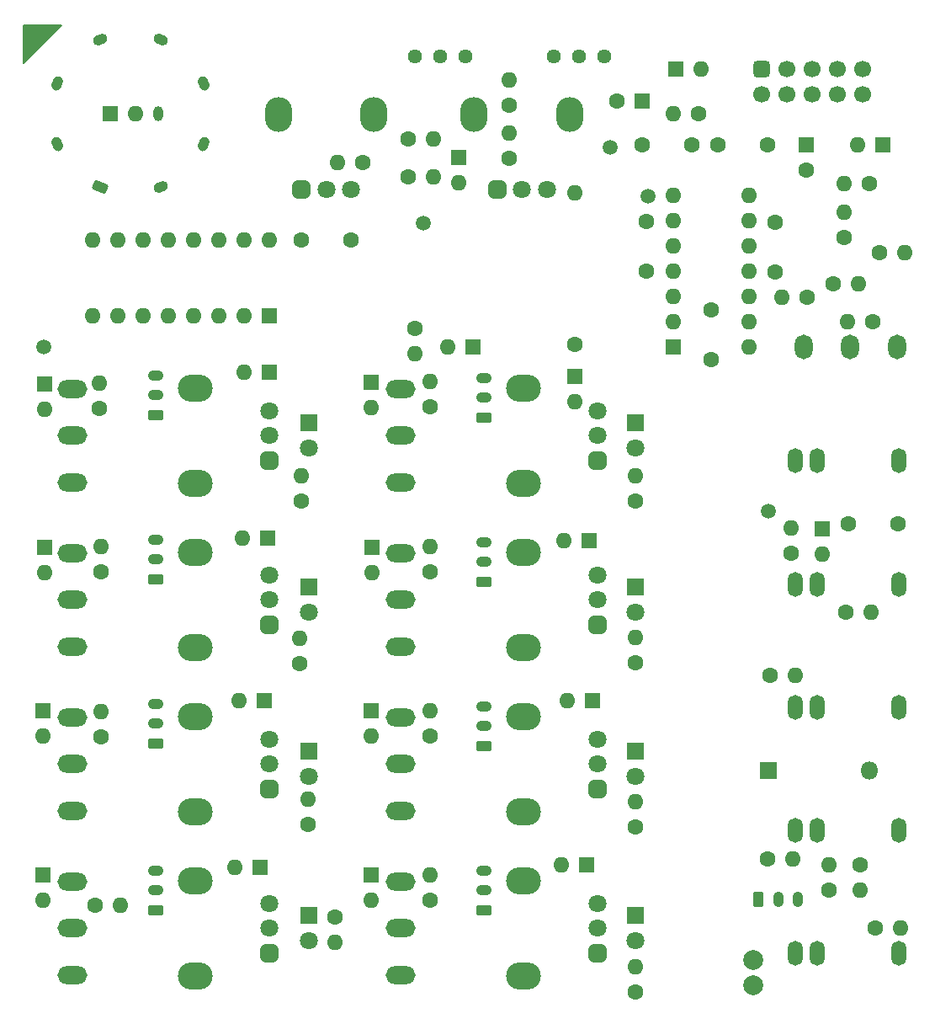
<source format=gbr>
G04 #@! TF.GenerationSoftware,KiCad,Pcbnew,7.0.10*
G04 #@! TF.CreationDate,2024-08-03T17:22:43+10:00*
G04 #@! TF.ProjectId,MK_Seq take 2,4d4b5f53-6571-4207-9461-6b6520322e6b,rev?*
G04 #@! TF.SameCoordinates,Original*
G04 #@! TF.FileFunction,Soldermask,Top*
G04 #@! TF.FilePolarity,Negative*
%FSLAX46Y46*%
G04 Gerber Fmt 4.6, Leading zero omitted, Abs format (unit mm)*
G04 Created by KiCad (PCBNEW 7.0.10) date 2024-08-03 17:22:43*
%MOMM*%
%LPD*%
G01*
G04 APERTURE LIST*
G04 Aperture macros list*
%AMRoundRect*
0 Rectangle with rounded corners*
0 $1 Rounding radius*
0 $2 $3 $4 $5 $6 $7 $8 $9 X,Y pos of 4 corners*
0 Add a 4 corners polygon primitive as box body*
4,1,4,$2,$3,$4,$5,$6,$7,$8,$9,$2,$3,0*
0 Add four circle primitives for the rounded corners*
1,1,$1+$1,$2,$3*
1,1,$1+$1,$4,$5*
1,1,$1+$1,$6,$7*
1,1,$1+$1,$8,$9*
0 Add four rect primitives between the rounded corners*
20,1,$1+$1,$2,$3,$4,$5,0*
20,1,$1+$1,$4,$5,$6,$7,0*
20,1,$1+$1,$6,$7,$8,$9,0*
20,1,$1+$1,$8,$9,$2,$3,0*%
%AMHorizOval*
0 Thick line with rounded ends*
0 $1 width*
0 $2 $3 position (X,Y) of the first rounded end (center of the circle)*
0 $4 $5 position (X,Y) of the second rounded end (center of the circle)*
0 Add line between two ends*
20,1,$1,$2,$3,$4,$5,0*
0 Add two circle primitives to create the rounded ends*
1,1,$1,$2,$3*
1,1,$1,$4,$5*%
G04 Aperture macros list end*
%ADD10C,0.200000*%
%ADD11O,3.000000X1.800000*%
%ADD12O,2.750000X3.500000*%
%ADD13RoundRect,0.450000X0.450000X0.450000X-0.450000X0.450000X-0.450000X-0.450000X0.450000X-0.450000X0*%
%ADD14C,1.800000*%
%ADD15O,3.500000X2.750000*%
%ADD16RoundRect,0.450000X-0.450000X0.450000X-0.450000X-0.450000X0.450000X-0.450000X0.450000X0.450000X0*%
%ADD17C,1.600000*%
%ADD18R,1.600000X1.600000*%
%ADD19O,1.600000X1.600000*%
%ADD20R,1.800000X1.800000*%
%ADD21C,1.500000*%
%ADD22O,1.800000X2.500000*%
%ADD23O,1.500000X2.500000*%
%ADD24RoundRect,0.250000X0.366269X-0.422312X0.557611X0.039628X-0.366269X0.422312X-0.557611X-0.039628X0*%
%ADD25HorizOval,1.000000X-0.095671X0.230970X0.095671X-0.230970X0*%
%ADD26HorizOval,1.000000X0.095671X0.230970X-0.095671X-0.230970X0*%
%ADD27HorizOval,1.000000X0.230970X0.095671X-0.230970X-0.095671X0*%
%ADD28HorizOval,1.000000X-0.230970X0.095671X0.230970X-0.095671X0*%
%ADD29HorizOval,1.000000X-0.095671X-0.230970X0.095671X0.230970X0*%
%ADD30HorizOval,1.000000X-0.230970X-0.095671X0.230970X0.095671X0*%
%ADD31O,1.000000X1.500000*%
%ADD32C,2.000000*%
%ADD33RoundRect,0.150000X0.600000X-0.400000X0.600000X0.400000X-0.600000X0.400000X-0.600000X-0.400000X0*%
%ADD34O,1.540000X1.100000*%
%ADD35C,1.440000*%
%ADD36RoundRect,0.150000X-0.400000X-0.600000X0.400000X-0.600000X0.400000X0.600000X-0.400000X0.600000X0*%
%ADD37O,1.100000X1.540000*%
%ADD38O,1.800000X1.800000*%
%ADD39RoundRect,0.425000X0.425000X-0.425000X0.425000X0.425000X-0.425000X0.425000X-0.425000X-0.425000X0*%
%ADD40C,1.700000*%
G04 APERTURE END LIST*
D10*
X19685000Y-23495000D02*
X19685000Y-19685000D01*
X23495000Y-19685000D01*
X19685000Y-23495000D01*
G36*
X19685000Y-23495000D02*
G01*
X19685000Y-19685000D01*
X23495000Y-19685000D01*
X19685000Y-23495000D01*
G37*
D11*
X57647609Y-115201275D03*
X57648334Y-110490000D03*
X57648394Y-105788334D03*
X57647609Y-82181275D03*
X57648334Y-77470000D03*
X57648394Y-72768334D03*
X24627609Y-115201275D03*
X24628334Y-110490000D03*
X24628394Y-105788334D03*
X57647609Y-65671275D03*
X57648334Y-60960000D03*
X57648394Y-56258334D03*
X24627609Y-98691275D03*
X24628334Y-93980000D03*
X24628394Y-89278334D03*
X24627609Y-65671275D03*
X24628334Y-60960000D03*
X24628394Y-56258334D03*
X24627609Y-82181275D03*
X24628334Y-77470000D03*
X24628394Y-72768334D03*
X57647609Y-98691275D03*
X57648334Y-93980000D03*
X57648394Y-89278334D03*
D12*
X45365000Y-28707500D03*
X54965000Y-28707500D03*
D13*
X47665000Y-36207500D03*
D14*
X50165000Y-36207500D03*
X52665000Y-36207500D03*
D15*
X36962500Y-65760000D03*
X36962500Y-56160000D03*
D16*
X44462500Y-63460000D03*
D14*
X44462500Y-60960000D03*
X44462500Y-58460000D03*
D15*
X69982500Y-82270000D03*
X69982500Y-72670000D03*
D16*
X77482500Y-79970000D03*
D14*
X77482500Y-77470000D03*
X77482500Y-74970000D03*
D15*
X36962500Y-98780000D03*
X36962500Y-89180000D03*
D16*
X44462500Y-96480000D03*
D14*
X44462500Y-93980000D03*
X44462500Y-91480000D03*
D15*
X69982500Y-115290000D03*
X69982500Y-105690000D03*
D16*
X77482500Y-112990000D03*
D14*
X77482500Y-110490000D03*
X77482500Y-107990000D03*
D15*
X36962500Y-115290000D03*
X36962500Y-105690000D03*
D16*
X44462500Y-112990000D03*
D14*
X44462500Y-110490000D03*
X44462500Y-107990000D03*
D15*
X69982500Y-98780000D03*
X69982500Y-89180000D03*
D16*
X77482500Y-96480000D03*
D14*
X77482500Y-93980000D03*
X77482500Y-91480000D03*
D12*
X65050000Y-28707500D03*
X74650000Y-28707500D03*
D13*
X67350000Y-36207500D03*
D14*
X69850000Y-36207500D03*
X72350000Y-36207500D03*
D15*
X36962500Y-82270000D03*
X36962500Y-72670000D03*
D16*
X44462500Y-79970000D03*
D14*
X44462500Y-77470000D03*
X44462500Y-74970000D03*
D15*
X69982500Y-65760000D03*
X69982500Y-56160000D03*
D16*
X77482500Y-63460000D03*
D14*
X77482500Y-60960000D03*
X77482500Y-58460000D03*
D17*
X88900000Y-48300000D03*
X88900000Y-53300000D03*
X94580628Y-31729054D03*
X89580628Y-31729054D03*
D18*
X98425000Y-31750000D03*
D17*
X98425000Y-34250000D03*
X86955000Y-31750000D03*
X81955000Y-31750000D03*
D18*
X85344000Y-24130000D03*
D19*
X87884000Y-24130000D03*
D20*
X81280000Y-92705000D03*
D14*
X81280000Y-95245000D03*
D20*
X81280000Y-76195000D03*
D14*
X81280000Y-78735000D03*
D20*
X81280000Y-109215000D03*
D14*
X81280000Y-111755000D03*
D21*
X94615000Y-68580000D03*
D17*
X102235000Y-41050000D03*
D19*
X102235000Y-38510000D03*
D22*
X107570000Y-52070000D03*
X102870000Y-52070000D03*
X98170000Y-52070000D03*
D17*
X105820000Y-42545000D03*
D19*
X108360000Y-42545000D03*
D21*
X21789506Y-52070000D03*
D17*
X101190000Y-45720000D03*
D19*
X103730000Y-45720000D03*
D23*
X97340000Y-113030000D03*
X99540000Y-113030000D03*
X107740000Y-113030000D03*
D17*
X104775000Y-35620000D03*
D19*
X102235000Y-35620000D03*
D24*
X27415857Y-35956707D03*
D25*
X23103953Y-31623520D03*
D26*
X23105544Y-25516624D03*
D27*
X27419240Y-21184483D03*
D28*
X33542801Y-21184338D03*
D25*
X37869460Y-25516938D03*
D29*
X37864640Y-31636947D03*
D30*
X33538310Y-35967950D03*
D31*
X33230000Y-28566605D03*
D20*
X48392500Y-59685000D03*
D14*
X48392500Y-62225000D03*
D20*
X48392500Y-109215000D03*
D14*
X48392500Y-111755000D03*
D20*
X48392500Y-76195000D03*
D14*
X48392500Y-78735000D03*
D18*
X106172000Y-31750000D03*
D19*
X103632000Y-31750000D03*
D17*
X87630000Y-28575000D03*
D19*
X85090000Y-28575000D03*
D21*
X78740000Y-32004000D03*
D20*
X48392500Y-92705000D03*
D14*
X48392500Y-95245000D03*
D21*
X82550000Y-36910000D03*
D32*
X93090000Y-116205000D03*
X93090000Y-113665000D03*
D21*
X59944000Y-39624000D03*
D20*
X81280000Y-59685000D03*
D14*
X81280000Y-62225000D03*
D23*
X97340000Y-88265000D03*
X99540000Y-88265000D03*
X107740000Y-88265000D03*
X97340000Y-63500000D03*
X99540000Y-63500000D03*
X107740000Y-63500000D03*
X97340000Y-75882500D03*
X99540000Y-75882500D03*
X107740000Y-75882500D03*
D18*
X81915000Y-27305000D03*
D17*
X79415000Y-27305000D03*
D23*
X97340000Y-100647500D03*
X99540000Y-100647500D03*
X107740000Y-100647500D03*
D17*
X48323328Y-100082892D03*
D19*
X48323328Y-97542892D03*
D17*
X105156000Y-49530000D03*
D19*
X102616000Y-49530000D03*
D33*
X33020000Y-58895583D03*
D34*
X33020000Y-56895225D03*
X33020000Y-54895225D03*
D35*
X64135000Y-22860000D03*
X61595000Y-22860000D03*
X59055000Y-22860000D03*
D36*
X93629642Y-107586480D03*
D37*
X95630000Y-107586480D03*
X97630000Y-107586480D03*
D33*
X66040000Y-75659583D03*
D34*
X66040000Y-73659225D03*
X66040000Y-71659225D03*
D17*
X81280000Y-83820000D03*
D19*
X81280000Y-81280000D03*
D18*
X21792598Y-72238074D03*
D19*
X21792598Y-74778074D03*
D17*
X98552000Y-47071613D03*
D19*
X96012000Y-47071613D03*
D18*
X43468144Y-104395877D03*
D19*
X40928144Y-104395877D03*
D18*
X75184000Y-55047539D03*
D19*
X75184000Y-57587539D03*
D17*
X81280000Y-100330000D03*
D19*
X81280000Y-97790000D03*
D17*
X100710000Y-106680000D03*
D19*
X100710000Y-104140000D03*
D18*
X44271780Y-71241941D03*
D19*
X41731780Y-71241941D03*
D17*
X60586657Y-74668408D03*
D19*
X60586657Y-72128408D03*
D18*
X54710357Y-105145489D03*
D19*
X54710357Y-107685489D03*
D18*
X21691299Y-105146453D03*
D19*
X21691299Y-107686453D03*
D17*
X68580000Y-33049000D03*
D19*
X68580000Y-30509000D03*
D18*
X76355686Y-104140000D03*
D19*
X73815686Y-104140000D03*
D35*
X78105000Y-22860000D03*
X75565000Y-22860000D03*
X73025000Y-22860000D03*
D18*
X54706649Y-55613605D03*
D19*
X54706649Y-58153605D03*
D18*
X54711299Y-88659898D03*
D19*
X54711299Y-91199898D03*
D17*
X47665000Y-41275000D03*
X52665000Y-41275000D03*
D33*
X66040000Y-92170358D03*
D34*
X66040000Y-90170000D03*
X66040000Y-88170000D03*
D33*
X66040000Y-108679583D03*
D34*
X66040000Y-106679225D03*
X66040000Y-104679225D03*
D17*
X81280000Y-116865000D03*
D19*
X81280000Y-114325000D03*
D18*
X43970686Y-87630000D03*
D19*
X41430686Y-87630000D03*
D17*
X27492562Y-74660905D03*
D19*
X27492562Y-72120905D03*
D20*
X94610000Y-94615000D03*
D38*
X104770000Y-94615000D03*
D18*
X54756321Y-72160197D03*
D19*
X54756321Y-74700197D03*
D33*
X33020000Y-108679583D03*
D34*
X33020000Y-106679225D03*
X33020000Y-104679225D03*
D17*
X94585000Y-103505000D03*
D19*
X97125000Y-103505000D03*
D17*
X53877000Y-33528000D03*
D19*
X51337000Y-33528000D03*
D17*
X81280000Y-67560000D03*
D19*
X81280000Y-65020000D03*
D17*
X103885000Y-104140000D03*
D19*
X103885000Y-106680000D03*
D17*
X68580000Y-27715000D03*
D19*
X68580000Y-25175000D03*
D17*
X60578212Y-107668708D03*
D19*
X60578212Y-105128708D03*
D17*
X75184000Y-51816000D03*
D19*
X75184000Y-36576000D03*
D17*
X94840000Y-85090000D03*
D19*
X97380000Y-85090000D03*
D17*
X58420000Y-34925000D03*
D19*
X60960000Y-34925000D03*
D17*
X27340613Y-58258806D03*
D19*
X27340613Y-55718806D03*
D18*
X63500000Y-33020000D03*
D19*
X63500000Y-35560000D03*
D33*
X33020000Y-75406358D03*
D34*
X33020000Y-73406000D03*
X33020000Y-71406000D03*
D17*
X102460000Y-78740000D03*
D19*
X105000000Y-78740000D03*
D17*
X58420000Y-31115000D03*
D19*
X60960000Y-31115000D03*
D18*
X21695992Y-88635517D03*
D19*
X21695992Y-91175517D03*
D18*
X85100000Y-52075000D03*
D19*
X85100000Y-49535000D03*
X85100000Y-46995000D03*
X85100000Y-44455000D03*
X85100000Y-41915000D03*
X85100000Y-39375000D03*
X85100000Y-36835000D03*
X92720000Y-36835000D03*
X92720000Y-39375000D03*
X92720000Y-41915000D03*
X92720000Y-44455000D03*
X92720000Y-46995000D03*
X92720000Y-49535000D03*
X92720000Y-52075000D03*
D18*
X64925686Y-52070000D03*
D19*
X62385686Y-52070000D03*
D18*
X44450000Y-54610000D03*
D19*
X41910000Y-54610000D03*
D17*
X47488334Y-83845000D03*
D19*
X47488334Y-81305000D03*
D17*
X105380000Y-110490000D03*
D19*
X107920000Y-110490000D03*
D17*
X60624204Y-58051503D03*
D19*
X60624204Y-55511503D03*
D17*
X95353553Y-44478006D03*
X95353553Y-39478006D03*
D18*
X100075000Y-70329314D03*
D19*
X100075000Y-72869314D03*
D17*
X47625000Y-67560000D03*
D19*
X47625000Y-65020000D03*
D18*
X76990686Y-87630000D03*
D19*
X74450686Y-87630000D03*
D18*
X76618321Y-71518635D03*
D19*
X74078321Y-71518635D03*
D17*
X82407680Y-44436832D03*
X82407680Y-39436832D03*
X107695000Y-69850000D03*
X102695000Y-69850000D03*
D33*
X66040000Y-59150358D03*
D34*
X66040000Y-57150000D03*
X66040000Y-55150000D03*
D18*
X44435000Y-48897500D03*
D19*
X41895000Y-48897500D03*
X39355000Y-48897500D03*
X36815000Y-48897500D03*
X34275000Y-48897500D03*
X31735000Y-48897500D03*
X29195000Y-48897500D03*
X26655000Y-48897500D03*
X26655000Y-41277500D03*
X29195000Y-41277500D03*
X31735000Y-41277500D03*
X34275000Y-41277500D03*
X36815000Y-41277500D03*
X39355000Y-41277500D03*
X41895000Y-41277500D03*
X44435000Y-41277500D03*
D33*
X33020000Y-91915583D03*
D34*
X33020000Y-89915225D03*
X33020000Y-87915225D03*
D17*
X27487912Y-91251569D03*
D19*
X27487912Y-88711569D03*
D39*
X93985628Y-24109054D03*
D40*
X93985628Y-26649054D03*
X96525628Y-24109054D03*
X96525628Y-26649054D03*
X99065628Y-24109054D03*
X99065628Y-26649054D03*
X101605628Y-24109054D03*
X101605628Y-26649054D03*
X104145628Y-24109054D03*
X104145628Y-26649054D03*
D18*
X21794478Y-55788121D03*
D19*
X21794478Y-58328121D03*
D18*
X28419314Y-28575000D03*
D19*
X30959314Y-28575000D03*
D17*
X51058886Y-109346624D03*
D19*
X51058886Y-111886624D03*
D17*
X96900000Y-72800000D03*
D19*
X96900000Y-70260000D03*
D17*
X60588569Y-91185926D03*
D19*
X60588569Y-88645926D03*
D17*
X59055000Y-50165000D03*
D19*
X59055000Y-52705000D03*
D17*
X26895000Y-108204000D03*
D19*
X29435000Y-108204000D03*
M02*

</source>
